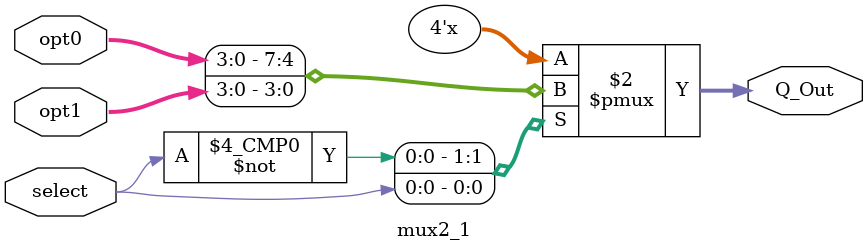
<source format=sv>
module select_adder (
	input  [15:0] A, B,
	input         cin,
	output [15:0] S,
	output        cout
);

    /* TODO
     *
     * Insert code here to implement a CSA adder.
     * Your code should be completly combinational (don't use always_ff or always_latch).
     * Feel free to create sub-modules or other files. */

    logic C4, C8, C12; 

    four_bit_ra FR_CSA(.x(A[3 : 0]), .y(B[3 : 0]), .cin(cin), .s(S[3 : 0]), .cout(C4)); //the input cin in ".cin(cin)" is the input to select adder

    CSA_unit UNITA(.a(A[7 : 4]), .b(B[7 : 4]), .cin_CSA(C4), .S_CSA(S[7 : 4]), .Cout_CSA(C8));

    CSA_unit UNITB(.a(A[11 : 8]), .b(B[11 : 8]), .cin_CSA(C8), .S_CSA(S[11 : 8]), .Cout_CSA(C12));

    CSA_unit UNITC(.a(A[15 : 12]), .b(B[15 : 12]), .cin_CSA(C12), .S_CSA(S[15 : 12]), .Cout_CSA(cout));    


endmodule

module CSA_unit (
	input  [3:0] a, b,
    input cin_CSA, 
	output [3:0] S_CSA, 
	output        Cout_CSA
);

    logic [3:0] S_OPT0, S_OPT1;
    logic Cout1, Cout2; 

    four_bit_ra FR1(.x(a[3 : 0]), .y(b[3 : 0]), .cin(0), .s(S_OPT0[3 : 0]), .cout(Cout1));
    four_bit_ra FR2(.x(a[3 : 0]), .y(b[3 : 0]), .cin(1), .s(S_OPT1[3 : 0]), .cout(Cout2));

    mux2_1 MU1(.select(cin_CSA), .opt0(S_OPT0), .opt1(S_OPT1), .Q_Out(S_CSA)); 

    assign Cout_CSA = (cin_CSA & Cout2) | Cout1; 

endmodule

module mux2_1	(	input				select,
					input				[3:0] opt0,
					input 				[3:0] opt1,
					output logic		[3:0] Q_Out);
						
		// 4 bit parallel multiplexer implemented using case statement
		always_comb
		begin
				unique case(select)
						1'b0	:	Q_Out <= opt0;
						1'b1	:	Q_Out <= opt1;
				endcase
		end
		
		
endmodule
</source>
